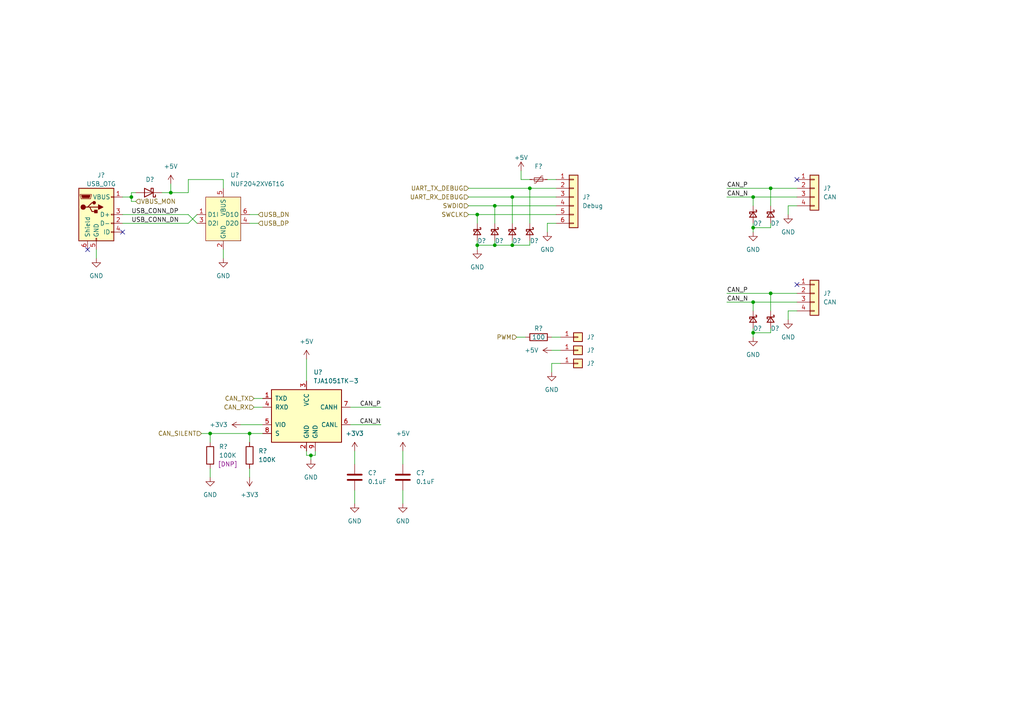
<source format=kicad_sch>
(kicad_sch (version 20211123) (generator eeschema)
  (paper "A4")
  (lib_symbols
    (symbol "Connector:USB_OTG" (pin_names (offset 1.016))
      (property "Reference" "J" (at -5.08 11.43 0))
      (property "Value" "USB_OTG" (at -5.08 8.89 0))
      (symbol "USB_OTG_0_1"
        (rectangle (start -5.08 -7.62) (end 5.08 7.62) (stroke (width 0.254)) (fill (type background)))
        (circle (center -3.81 2.159) (radius 0.635) (stroke (width 0.254)) (fill (type outline)))
        (circle (center -0.635 3.429) (radius 0.381) (stroke (width 0.254)) (fill (type outline)))
        (rectangle (start -0.127 -7.62) (end 0.127 -6.858))
        (polyline (pts (xy -1.905 2.159) (xy 0.635 2.159)) (stroke (width 0.254)))
        (polyline (pts (xy -3.175 2.159) (xy -2.54 2.159) (xy -1.27 3.429) (xy -0.635 3.429)) (stroke (width 0.254)))
        (polyline (pts (xy -2.54 2.159) (xy -1.905 2.159) (xy -1.27 0.889) (xy 0 0.889)) (stroke (width 0.254)))
        (polyline (pts (xy 0.635 2.794) (xy 0.635 1.524) (xy 1.905 2.159) (xy 0.635 2.794)) (stroke (width 0.254)) (fill (type outline)))
        (polyline (pts (xy -4.318 5.588) (xy -1.778 5.588) (xy -2.032 4.826) (xy -4.064 4.826) (xy -4.318 5.588)) (fill (type outline)))
        (polyline (pts (xy -4.699 5.842) (xy -4.699 5.588) (xy -4.445 4.826) (xy -4.445 4.572) (xy -1.651 4.572) (xy -1.651 4.826) (xy -1.397 5.588) (xy -1.397 5.842) (xy -4.699 5.842)))
        (rectangle (start 0.254 1.27) (end -0.508 0.508) (stroke (width 0.254)) (fill (type outline)))
        (rectangle (start 5.08 -5.207) (end 4.318 -4.953))
        (rectangle (start 5.08 -2.667) (end 4.318 -2.413))
        (rectangle (start 5.08 -0.127) (end 4.318 0.127))
        (rectangle (start 5.08 4.953) (end 4.318 5.207))
      )
      (symbol "USB_OTG_1_1"
        (pin passive line (at 7.62 5.08 180) (length 2.54) (name "VBUS") (number "1"))
        (pin bidirectional line (at 7.62 -2.54 180) (length 2.54) (name "D-") (number "2"))
        (pin bidirectional line (at 7.62 0 180) (length 2.54) (name "D+") (number "3"))
        (pin passive line (at 7.62 -5.08 180) (length 2.54) (name "ID") (number "4"))
        (pin passive line (at 0 -10.16 90) (length 2.54) (name "GND") (number "5"))
        (pin passive line (at -2.54 -10.16 90) (length 2.54) (name "Shield") (number "6"))
      )
    )
    (symbol "Connector_Generic:Conn_01x01" (pin_names (offset 1.016) hide)
      (property "Reference" "J" (at 0 2.54 0))
      (property "Value" "Conn_01x01" (at 0 -2.54 0))
      (symbol "Conn_01x01_1_1"
        (rectangle (start -1.27 0.127) (end 0 -0.127) (stroke (width 0.1524)))
        (rectangle (start -1.27 1.27) (end 1.27 -1.27) (stroke (width 0.254)) (fill (type background)))
        (pin passive line (at -5.08 0 0) (length 3.81) (name "Pin_1") (number "1"))
      )
    )
    (symbol "Connector_Generic:Conn_01x04" (pin_names (offset 1.016) hide)
      (property "Reference" "J" (at 0 5.08 0))
      (property "Value" "Conn_01x04" (at 0 -7.62 0))
      (symbol "Conn_01x04_1_1"
        (rectangle (start -1.27 -4.953) (end 0 -5.207) (stroke (width 0.1524)))
        (rectangle (start -1.27 -2.413) (end 0 -2.667) (stroke (width 0.1524)))
        (rectangle (start -1.27 0.127) (end 0 -0.127) (stroke (width 0.1524)))
        (rectangle (start -1.27 2.667) (end 0 2.413) (stroke (width 0.1524)))
        (rectangle (start -1.27 3.81) (end 1.27 -6.35) (stroke (width 0.254)) (fill (type background)))
        (pin passive line (at -5.08 2.54 0) (length 3.81) (name "Pin_1") (number "1"))
        (pin passive line (at -5.08 0 0) (length 3.81) (name "Pin_2") (number "2"))
        (pin passive line (at -5.08 -2.54 0) (length 3.81) (name "Pin_3") (number "3"))
        (pin passive line (at -5.08 -5.08 0) (length 3.81) (name "Pin_4") (number "4"))
      )
    )
    (symbol "Connector_Generic:Conn_01x06" (pin_names (offset 1.016) hide)
      (property "Reference" "J" (at 0 7.62 0))
      (property "Value" "Conn_01x06" (at 0 -10.16 0))
      (symbol "Conn_01x06_1_1"
        (rectangle (start -1.27 -7.493) (end 0 -7.747) (stroke (width 0.1524)))
        (rectangle (start -1.27 -4.953) (end 0 -5.207) (stroke (width 0.1524)))
        (rectangle (start -1.27 -2.413) (end 0 -2.667) (stroke (width 0.1524)))
        (rectangle (start -1.27 0.127) (end 0 -0.127) (stroke (width 0.1524)))
        (rectangle (start -1.27 2.667) (end 0 2.413) (stroke (width 0.1524)))
        (rectangle (start -1.27 5.207) (end 0 4.953) (stroke (width 0.1524)))
        (rectangle (start -1.27 6.35) (end 1.27 -8.89) (stroke (width 0.254)) (fill (type background)))
        (pin passive line (at -5.08 5.08 0) (length 3.81) (name "Pin_1") (number "1"))
        (pin passive line (at -5.08 2.54 0) (length 3.81) (name "Pin_2") (number "2"))
        (pin passive line (at -5.08 0 0) (length 3.81) (name "Pin_3") (number "3"))
        (pin passive line (at -5.08 -2.54 0) (length 3.81) (name "Pin_4") (number "4"))
        (pin passive line (at -5.08 -5.08 0) (length 3.81) (name "Pin_5") (number "5"))
        (pin passive line (at -5.08 -7.62 0) (length 3.81) (name "Pin_6") (number "6"))
      )
    )
    (symbol "Device:C" (pin_numbers hide) (pin_names (offset 0.254))
      (property "Reference" "C" (at 0.635 2.54 0))
      (property "Value" "C" (at 0.635 -2.54 0))
      (symbol "C_0_1"
        (polyline (pts (xy -2.032 -0.762) (xy 2.032 -0.762)) (stroke (width 0.508)))
        (polyline (pts (xy -2.032 0.762) (xy 2.032 0.762)) (stroke (width 0.508)))
      )
      (symbol "C_1_1"
        (pin passive line (at 0 3.81 270) (length 2.794) (name "~") (number "1"))
        (pin passive line (at 0 -3.81 90) (length 2.794) (name "~") (number "2"))
      )
    )
    (symbol "Device:D_Schottky" (pin_numbers hide) (pin_names (offset 1.016) hide)
      (property "Reference" "D" (at 0 2.54 0))
      (property "Value" "D_Schottky" (at 0 -2.54 0))
      (symbol "D_Schottky_0_1"
        (polyline (pts (xy 1.27 0) (xy -1.27 0)))
        (polyline (pts (xy 1.27 1.27) (xy 1.27 -1.27) (xy -1.27 0) (xy 1.27 1.27)) (stroke (width 0.254)))
        (polyline (pts (xy -1.905 0.635) (xy -1.905 1.27) (xy -1.27 1.27) (xy -1.27 -1.27) (xy -0.635 -1.27) (xy -0.635 -0.635)) (stroke (width 0.254)))
      )
      (symbol "D_Schottky_1_1"
        (pin passive line (at -3.81 0 0) (length 2.54) (name "K") (number "1"))
        (pin passive line (at 3.81 0 180) (length 2.54) (name "A") (number "2"))
      )
    )
    (symbol "Device:D_Schottky_Small" (pin_numbers hide) (pin_names (offset 0.254) hide)
      (property "Reference" "D" (at -1.27 2.032 0))
      (property "Value" "D_Schottky_Small" (at -7.112 -2.032 0))
      (symbol "D_Schottky_Small_0_1"
        (polyline (pts (xy -0.762 0) (xy 0.762 0)))
        (polyline (pts (xy 0.762 -1.016) (xy -0.762 0) (xy 0.762 1.016) (xy 0.762 -1.016)) (stroke (width 0.254)))
        (polyline (pts (xy -1.27 0.762) (xy -1.27 1.016) (xy -0.762 1.016) (xy -0.762 -1.016) (xy -0.254 -1.016) (xy -0.254 -0.762)) (stroke (width 0.254)))
      )
      (symbol "D_Schottky_Small_1_1"
        (pin passive line (at -2.54 0 0) (length 1.778) (name "K") (number "1"))
        (pin passive line (at 2.54 0 180) (length 1.778) (name "A") (number "2"))
      )
    )
    (symbol "Device:Polyfuse_Small" (pin_numbers hide) (pin_names (offset 0))
      (property "Reference" "F" (at -1.905 0 90))
      (property "Value" "Polyfuse_Small" (at 1.905 0 90))
      (symbol "Polyfuse_Small_0_1"
        (rectangle (start -0.508 1.27) (end 0.508 -1.27))
        (polyline (pts (xy 0 2.54) (xy 0 -2.54)))
        (polyline (pts (xy -1.016 1.27) (xy -1.016 0.762) (xy 1.016 -0.762) (xy 1.016 -1.27)))
      )
      (symbol "Polyfuse_Small_1_1"
        (pin passive line (at 0 2.54 270) (length 0.635) (name "~") (number "1"))
        (pin passive line (at 0 -2.54 90) (length 0.635) (name "~") (number "2"))
      )
    )
    (symbol "Device:R" (pin_numbers hide) (pin_names (offset 0))
      (property "Reference" "R" (at 2.032 0 90))
      (property "Value" "R" (at 0 0 90))
      (symbol "R_0_1"
        (rectangle (start -1.016 -2.54) (end 1.016 2.54) (stroke (width 0.254)))
      )
      (symbol "R_1_1"
        (pin passive line (at 0 3.81 270) (length 1.27) (name "~") (number "1"))
        (pin passive line (at 0 -3.81 90) (length 1.27) (name "~") (number "2"))
      )
    )
    (symbol "Interface_CAN_LIN:TJA1051TK-3" (pin_names (offset 1.016))
      (property "Reference" "U" (at -10.16 8.89 0))
      (property "Value" "TJA1051TK-3" (at 1.27 8.89 0))
      (symbol "TJA1051TK-3_0_1"
        (rectangle (start -10.16 7.62) (end 10.16 -7.62) (stroke (width 0.254)) (fill (type background)))
      )
      (symbol "TJA1051TK-3_1_1"
        (pin input line (at -12.7 5.08 0) (length 2.54) (name "TXD") (number "1"))
        (pin power_in line (at 0 -10.16 90) (length 2.54) (name "GND") (number "2"))
        (pin power_in line (at 0 10.16 270) (length 2.54) (name "VCC") (number "3"))
        (pin output line (at -12.7 2.54 0) (length 2.54) (name "RXD") (number "4"))
        (pin power_in line (at -12.7 -2.54 0) (length 2.54) (name "VIO") (number "5"))
        (pin bidirectional line (at 12.7 -2.54 180) (length 2.54) (name "CANL") (number "6"))
        (pin bidirectional line (at 12.7 2.54 180) (length 2.54) (name "CANH") (number "7"))
        (pin input line (at -12.7 -5.08 0) (length 2.54) (name "S") (number "8"))
        (pin power_in line (at 2.54 -10.16 90) (length 2.54) (name "GND") (number "9"))
      )
    )
    (symbol "NUF2042:NUF2042XV6T1G"
      (property "Reference" "U" (at 2.54 11.43 0))
      (property "Value" "NUF2042XV6T1G" (at 8.89 8.89 0))
      (symbol "NUF2042XV6T1G_0_1"
        (rectangle (start -5.08 6.35) (end 5.08 -6.35) (fill (type background)))
      )
      (symbol "NUF2042XV6T1G_1_1"
        (pin input line (at -7.62 1.27 0) (length 2.54) (name "D1I") (number "1"))
        (pin power_in line (at 0 -8.89 90) (length 2.54) (name "GND") (number "2"))
        (pin input line (at -7.62 -1.27 0) (length 2.54) (name "D2I") (number "3"))
        (pin output line (at 7.62 -1.27 180) (length 2.54) (name "D2O") (number "4"))
        (pin power_in line (at 0 8.89 270) (length 2.54) (name "VBUS") (number "5"))
        (pin output line (at 7.62 1.27 180) (length 2.54) (name "D1O") (number "6"))
      )
    )
    (symbol "power:+3V3" (power) (pin_names (offset 0))
      (property "Value" "+3V3" (at 0 3.556 0))
      (symbol "+3V3_0_1"
        (polyline (pts (xy -0.762 1.27) (xy 0 2.54)))
        (polyline (pts (xy 0 0) (xy 0 2.54)))
        (polyline (pts (xy 0 2.54) (xy 0.762 1.27)))
      )
      (symbol "+3V3_1_1"
        (pin power_in line (at 0 0 90) (length 0) hide (name "+3V3") (number "1"))
      )
    )
    (symbol "power:+5V" (power) (pin_names (offset 0))
      (property "Value" "+5V" (at 0 3.556 0))
      (symbol "+5V_0_1"
        (polyline (pts (xy -0.762 1.27) (xy 0 2.54)))
        (polyline (pts (xy 0 0) (xy 0 2.54)))
        (polyline (pts (xy 0 2.54) (xy 0.762 1.27)))
      )
      (symbol "+5V_1_1"
        (pin power_in line (at 0 0 90) (length 0) hide (name "+5V") (number "1"))
      )
    )
    (symbol "power:GND" (power) (pin_names (offset 0))
      (property "Value" "GND" (at 0 -3.81 0))
      (symbol "GND_0_1"
        (polyline (pts (xy 0 0) (xy 0 -1.27) (xy 1.27 -1.27) (xy 0 -2.54) (xy -1.27 -1.27) (xy 0 -1.27)))
      )
      (symbol "GND_1_1"
        (pin power_in line (at 0 0 270) (length 0) hide (name "GND") (number "1"))
      )
    )
  )
  (junction (at 148.59 57.15))
  (junction (at 223.52 85.09))
  (junction (at 49.53 55.88))
  (junction (at 138.43 71.12))
  (junction (at 138.43 62.23))
  (junction (at 90.17 132.08))
  (junction (at 218.44 66.04))
  (junction (at 148.59 71.12))
  (junction (at 218.44 96.52))
  (junction (at 60.96 125.73))
  (junction (at 143.51 71.12))
  (junction (at 218.44 57.15))
  (junction (at 223.52 54.61))
  (junction (at 153.67 54.61))
  (junction (at 218.44 87.63))
  (junction (at 72.39 125.73))
  (junction (at 143.51 59.69))
  (junction (at 38.1 57.15))
  (no_connect (at 231.14 82.55))
  (no_connect (at 25.4 72.39))
  (no_connect (at 231.14 52.07))
  (no_connect (at 35.56 67.31))
  (wire (pts (xy 148.59 57.15) (xy 161.29 57.15)))
  (wire (pts (xy 58.42 125.73) (xy 60.96 125.73)))
  (wire (pts (xy 54.61 64.77) (xy 57.15 62.23)))
  (wire (pts (xy 60.96 125.73) (xy 72.39 125.73)))
  (wire (pts (xy 138.43 71.12) (xy 143.51 71.12)))
  (wire (pts (xy 153.67 54.61) (xy 153.67 64.77)))
  (wire (pts (xy 91.44 130.81) (xy 91.44 132.08)))
  (wire (pts (xy 231.14 59.69) (xy 228.6 59.69)))
  (wire (pts (xy 73.66 115.57) (xy 76.2 115.57)))
  (wire (pts (xy 72.39 62.23) (xy 74.93 62.23)))
  (wire (pts (xy 88.9 132.08) (xy 90.17 132.08)))
  (wire (pts (xy 138.43 62.23) (xy 138.43 64.77)))
  (wire (pts (xy 101.6 123.19) (xy 110.49 123.19)))
  (wire (pts (xy 64.77 52.07) (xy 64.77 54.61)))
  (wire (pts (xy 135.89 57.15) (xy 148.59 57.15)))
  (wire (pts (xy 218.44 57.15) (xy 218.44 59.69)))
  (wire (pts (xy 69.85 123.19) (xy 76.2 123.19)))
  (wire (pts (xy 153.67 71.12) (xy 153.67 69.85)))
  (wire (pts (xy 60.96 125.73) (xy 60.96 128.27)))
  (wire (pts (xy 223.52 66.04) (xy 223.52 64.77)))
  (wire (pts (xy 135.89 54.61) (xy 153.67 54.61)))
  (wire (pts (xy 102.87 130.81) (xy 102.87 134.62)))
  (wire (pts (xy 35.56 57.15) (xy 38.1 57.15)))
  (wire (pts (xy 60.96 135.89) (xy 60.96 138.43)))
  (wire (pts (xy 143.51 71.12) (xy 148.59 71.12)))
  (wire (pts (xy 210.82 87.63) (xy 218.44 87.63)))
  (wire (pts (xy 143.51 64.77) (xy 143.51 59.69)))
  (wire (pts (xy 223.52 54.61) (xy 223.52 59.69)))
  (wire (pts (xy 72.39 64.77) (xy 74.93 64.77)))
  (wire (pts (xy 72.39 125.73) (xy 72.39 128.27)))
  (wire (pts (xy 49.53 53.34) (xy 49.53 55.88)))
  (wire (pts (xy 148.59 69.85) (xy 148.59 71.12)))
  (wire (pts (xy 210.82 85.09) (xy 223.52 85.09)))
  (wire (pts (xy 160.02 97.79) (xy 162.56 97.79)))
  (wire (pts (xy 64.77 72.39) (xy 64.77 74.93)))
  (wire (pts (xy 138.43 71.12) (xy 138.43 72.39)))
  (wire (pts (xy 228.6 59.69) (xy 228.6 62.23)))
  (wire (pts (xy 223.52 85.09) (xy 231.14 85.09)))
  (wire (pts (xy 151.13 52.07) (xy 153.67 52.07)))
  (wire (pts (xy 158.75 64.77) (xy 158.75 67.31)))
  (wire (pts (xy 38.1 58.42) (xy 39.37 58.42)))
  (wire (pts (xy 223.52 54.61) (xy 231.14 54.61)))
  (wire (pts (xy 88.9 104.14) (xy 88.9 110.49)))
  (wire (pts (xy 149.86 97.79) (xy 152.4 97.79)))
  (wire (pts (xy 49.53 55.88) (xy 46.99 55.88)))
  (wire (pts (xy 116.84 142.24) (xy 116.84 146.05)))
  (wire (pts (xy 218.44 96.52) (xy 218.44 97.79)))
  (wire (pts (xy 218.44 87.63) (xy 231.14 87.63)))
  (wire (pts (xy 218.44 64.77) (xy 218.44 66.04)))
  (wire (pts (xy 161.29 64.77) (xy 158.75 64.77)))
  (wire (pts (xy 151.13 49.53) (xy 151.13 52.07)))
  (wire (pts (xy 116.84 130.81) (xy 116.84 134.62)))
  (wire (pts (xy 223.52 85.09) (xy 223.52 90.17)))
  (wire (pts (xy 160.02 101.6) (xy 162.56 101.6)))
  (wire (pts (xy 160.02 105.41) (xy 162.56 105.41)))
  (wire (pts (xy 218.44 57.15) (xy 231.14 57.15)))
  (wire (pts (xy 148.59 71.12) (xy 153.67 71.12)))
  (wire (pts (xy 210.82 57.15) (xy 218.44 57.15)))
  (wire (pts (xy 210.82 54.61) (xy 223.52 54.61)))
  (wire (pts (xy 143.51 59.69) (xy 161.29 59.69)))
  (wire (pts (xy 73.66 118.11) (xy 76.2 118.11)))
  (wire (pts (xy 49.53 55.88) (xy 54.61 55.88)))
  (wire (pts (xy 218.44 66.04) (xy 223.52 66.04)))
  (wire (pts (xy 160.02 107.95) (xy 160.02 105.41)))
  (wire (pts (xy 158.75 52.07) (xy 161.29 52.07)))
  (wire (pts (xy 54.61 62.23) (xy 57.15 64.77)))
  (wire (pts (xy 218.44 96.52) (xy 223.52 96.52)))
  (wire (pts (xy 27.94 72.39) (xy 27.94 74.93)))
  (wire (pts (xy 35.56 64.77) (xy 54.61 64.77)))
  (wire (pts (xy 218.44 87.63) (xy 218.44 90.17)))
  (wire (pts (xy 218.44 95.25) (xy 218.44 96.52)))
  (wire (pts (xy 231.14 90.17) (xy 228.6 90.17)))
  (wire (pts (xy 218.44 66.04) (xy 218.44 67.31)))
  (wire (pts (xy 38.1 57.15) (xy 38.1 58.42)))
  (wire (pts (xy 135.89 62.23) (xy 138.43 62.23)))
  (wire (pts (xy 143.51 69.85) (xy 143.51 71.12)))
  (wire (pts (xy 102.87 142.24) (xy 102.87 146.05)))
  (wire (pts (xy 228.6 90.17) (xy 228.6 92.71)))
  (wire (pts (xy 35.56 62.23) (xy 54.61 62.23)))
  (wire (pts (xy 38.1 55.88) (xy 39.37 55.88)))
  (wire (pts (xy 88.9 130.81) (xy 88.9 132.08)))
  (wire (pts (xy 101.6 118.11) (xy 110.49 118.11)))
  (wire (pts (xy 135.89 59.69) (xy 143.51 59.69)))
  (wire (pts (xy 138.43 62.23) (xy 161.29 62.23)))
  (wire (pts (xy 38.1 55.88) (xy 38.1 57.15)))
  (wire (pts (xy 54.61 52.07) (xy 64.77 52.07)))
  (wire (pts (xy 54.61 55.88) (xy 54.61 52.07)))
  (wire (pts (xy 148.59 57.15) (xy 148.59 64.77)))
  (wire (pts (xy 90.17 132.08) (xy 91.44 132.08)))
  (wire (pts (xy 223.52 96.52) (xy 223.52 95.25)))
  (wire (pts (xy 153.67 54.61) (xy 161.29 54.61)))
  (wire (pts (xy 72.39 135.89) (xy 72.39 138.43)))
  (wire (pts (xy 138.43 69.85) (xy 138.43 71.12)))
  (wire (pts (xy 72.39 125.73) (xy 76.2 125.73)))
  (wire (pts (xy 90.17 132.08) (xy 90.17 133.35)))
  (label "CAN_P" (at 210.82 54.61 0))
  (label "USB_CONN_DN" (at 38.1 64.77 0))
  (label "CAN_N" (at 210.82 87.63 0))
  (label "CAN_N" (at 210.82 57.15 0))
  (label "USB_CONN_DP" (at 38.1 62.23 0))
  (label "CAN_P" (at 210.82 85.09 0))
  (label "CAN_P" (at 110.49 118.11 180))
  (label "CAN_N" (at 110.49 123.19 180))
  (hierarchical_label "PWM" (shape input) (at 149.86 97.79 180))
  (hierarchical_label "USB_DP" (shape input) (at 74.93 64.77 0))
  (hierarchical_label "SWDIO" (shape input) (at 135.89 59.69 180))
  (hierarchical_label "SWCLK" (shape input) (at 135.89 62.23 180))
  (hierarchical_label "CAN_RX" (shape input) (at 73.66 118.11 180))
  (hierarchical_label "USB_DN" (shape input) (at 74.93 62.23 0))
  (hierarchical_label "UART_RX_DEBUG" (shape input) (at 135.89 57.15 180))
  (hierarchical_label "UART_TX_DEBUG" (shape input) (at 135.89 54.61 180))
  (hierarchical_label "CAN_SILENT" (shape input) (at 58.42 125.73 180))
  (hierarchical_label "VBUS_MON" (shape input) (at 39.37 58.42 0))
  (hierarchical_label "CAN_TX" (shape input) (at 73.66 115.57 180))
  (symbol (lib_id "Connector_Generic:Conn_01x04") (at 236.22 54.61 0) (unit 1)
    (property "Reference" "J?" (at 238.76 54.6099 0) (effects (justify left)))
    (property "Value" "CAN" (at 238.76 57.1499 0) (effects (justify left)))
  )
  (symbol (lib_id "power:GND") (at 218.44 67.31 0) (unit 1)
    (property "Reference" "#PWR?" (effects hide))
    (property "Value" "GND" (at 218.44 72.39 0))
  )
  (symbol (lib_id "power:+5V") (at 116.84 130.81 0) (unit 1)
    (property "Reference" "#PWR?" (effects hide))
    (property "Value" "+5V" (at 116.84 125.73 0))
  )
  (symbol (lib_id "Device:Polyfuse_Small") (at 156.21 52.07 270) (unit 1)
    (property "Reference" "F?" (at 156.21 48.26 90))
    (property "Value" "Polyfuse_Small" (effects hide))
    (property "Footprint" "Fuse:Fuse_0805_2012Metric" (effects hide))
  )
  (symbol (lib_id "Device:D_Schottky") (at 43.18 55.88 180) (unit 1)
    (property "Reference" "D?" (at 43.4975 52.07 0))
    (property "Value" "D_Schottky" (effects hide))
    (property "Footprint" "Diode_SMD:D_SOD-123" (effects hide))
  )
  (symbol (lib_id "power:GND") (at 228.6 62.23 0) (unit 1)
    (property "Reference" "#PWR?" (effects hide))
    (property "Value" "GND" (at 228.6 67.31 0))
  )
  (symbol (lib_id "Interface_CAN_LIN:TJA1051TK-3") (at 88.9 120.65 0) (unit 1)
    (property "Reference" "U?" (at 90.9194 107.95 0) (effects (justify left)))
    (property "Value" "TJA1051TK-3" (at 90.9194 110.49 0) (effects (justify left)))
    (property "Footprint" "Package_DFN_QFN:DFN-8-1EP_3x3mm_P0.65mm_EP1.55x2.4mm" (effects hide))
    (property "Datasheet" "http://www.nxp.com/documents/data_sheet/TJA1051.pdf" (effects hide))
  )
  (symbol (lib_id "Device:D_Schottky_Small") (at 153.67 67.31 270) (unit 1)
    (property "Reference" "D?" (at 153.67 69.85 90) (effects (justify left)))
    (property "Value" "D_Schottky_Small" (effects hide))
    (property "Footprint" "Diode_SMD:D_SOD-923" (effects hide))
  )
  (symbol (lib_id "power:+5V") (at 151.13 49.53 0) (unit 1)
    (property "Reference" "#PWR?" (effects hide))
    (property "Value" "+5V" (at 151.13 45.72 0))
  )
  (symbol (lib_id "Device:D_Schottky_Small") (at 223.52 92.71 270) (unit 1)
    (property "Reference" "D?" (at 223.52 95.25 90) (effects (justify left)))
    (property "Value" "D_Schottky_Small" (effects hide))
    (property "Footprint" "Diode_SMD:D_SOD-923" (effects hide))
  )
  (symbol (lib_id "NUF2042:NUF2042XV6T1G") (at 64.77 63.5 0) (unit 1)
    (property "Reference" "U?" (at 66.7894 50.8 0) (effects (justify left)))
    (property "Value" "NUF2042XV6T1G" (at 66.7894 53.34 0) (effects (justify left)))
    (property "Footprint" "Package_TO_SOT_SMD:SOT-563" (effects hide))
  )
  (symbol (lib_id "Device:D_Schottky_Small") (at 218.44 62.23 270) (unit 1)
    (property "Reference" "D?" (at 218.44 64.77 90) (effects (justify left)))
    (property "Value" "D_Schottky_Small" (effects hide))
    (property "Footprint" "Diode_SMD:D_SOD-923" (effects hide))
  )
  (symbol (lib_id "power:+3V3") (at 69.85 123.19 90) (unit 1)
    (property "Reference" "#PWR?" (effects hide))
    (property "Value" "+3V3" (at 66.04 123.1899 90) (effects (justify left)))
  )
  (symbol (lib_id "power:GND") (at 116.84 146.05 0) (unit 1)
    (property "Reference" "#PWR?" (effects hide))
    (property "Value" "GND" (at 116.84 151.13 0))
  )
  (symbol (lib_id "Device:D_Schottky_Small") (at 218.44 92.71 270) (unit 1)
    (property "Reference" "D?" (at 218.44 95.25 90) (effects (justify left)))
    (property "Value" "D_Schottky_Small" (effects hide))
    (property "Footprint" "Diode_SMD:D_SOD-923" (effects hide))
  )
  (symbol (lib_id "Connector_Generic:Conn_01x06") (at 166.37 57.15 0) (unit 1)
    (property "Reference" "J?" (at 168.91 57.1499 0) (effects (justify left)))
    (property "Value" "Debug" (at 168.91 59.6899 0) (effects (justify left)))
    (property "Footprint" "Connector_JST:JST_GH_SM06B-GHS-TB_1x06-1MP_P1.25mm_Horizontal" (effects hide))
  )
  (symbol (lib_id "power:GND") (at 138.43 72.39 0) (unit 1)
    (property "Reference" "#PWR?" (effects hide))
    (property "Value" "GND" (at 138.43 77.47 0))
  )
  (symbol (lib_id "Device:R") (at 156.21 97.79 90) (unit 1)
    (property "Reference" "R?" (at 156.21 95.25 90))
    (property "Value" "100" (at 156.21 97.79 90))
  )
  (symbol (lib_id "power:+3V3") (at 102.87 130.81 0) (unit 1)
    (property "Reference" "#PWR?" (effects hide))
    (property "Value" "+3V3" (at 102.87 125.73 0))
  )
  (symbol (lib_id "Device:D_Schottky_Small") (at 143.51 67.31 270) (unit 1)
    (property "Reference" "D?" (at 143.51 69.85 90) (effects (justify left)))
    (property "Value" "D_Schottky_Small" (effects hide))
    (property "Footprint" "Diode_SMD:D_SOD-923" (effects hide))
  )
  (symbol (lib_id "Device:C") (at 102.87 138.43 0) (unit 1)
    (property "Reference" "C?" (at 106.68 137.1599 0) (effects (justify left)))
    (property "Value" "0.1uF" (at 106.68 139.6999 0) (effects (justify left)))
    (property "Footprint" "Capacitor_SMD:C_0201_0603Metric" (effects hide))
  )
  (symbol (lib_id "Device:R") (at 72.39 132.08 180) (unit 1)
    (property "Reference" "R?" (at 74.93 130.8099 0) (effects (justify right)))
    (property "Value" "100K" (at 74.93 133.3499 0) (effects (justify right)))
    (property "Footprint" "Resistor_SMD:R_0402_1005Metric" (effects hide))
  )
  (symbol (lib_id "power:GND") (at 160.02 107.95 0) (unit 1)
    (property "Reference" "#PWR?" (effects hide))
    (property "Value" "GND" (at 160.02 113.03 0))
  )
  (symbol (lib_id "power:GND") (at 90.17 133.35 0) (unit 1)
    (property "Reference" "#PWR?" (effects hide))
    (property "Value" "GND" (at 90.17 138.43 0))
  )
  (symbol (lib_id "Connector_Generic:Conn_01x04") (at 236.22 85.09 0) (unit 1)
    (property "Reference" "J?" (at 238.76 85.0899 0) (effects (justify left)))
    (property "Value" "CAN" (at 238.76 87.6299 0) (effects (justify left)))
  )
  (symbol (lib_id "Connector_Generic:Conn_01x01") (at 167.64 101.6 0) (unit 1)
    (property "Reference" "J?" (at 170.18 101.5999 0) (effects (justify left)))
    (property "Value" "Conn_01x01" (effects hide))
  )
  (symbol (lib_id "Device:D_Schottky_Small") (at 138.43 67.31 270) (unit 1)
    (property "Reference" "D?" (at 138.43 69.85 90) (effects (justify left)))
    (property "Value" "D_Schottky_Small" (effects hide))
    (property "Footprint" "Diode_SMD:D_SOD-923" (effects hide))
  )
  (symbol (lib_id "power:+3V3") (at 72.39 138.43 180) (unit 1)
    (property "Reference" "#PWR?" (effects hide))
    (property "Value" "+3V3" (at 72.39 143.51 0))
  )
  (symbol (lib_id "Connector_Generic:Conn_01x01") (at 167.64 105.41 0) (unit 1)
    (property "Reference" "J?" (at 170.18 105.4099 0) (effects (justify left)))
    (property "Value" "Conn_01x01" (effects hide))
  )
  (symbol (lib_id "Device:D_Schottky_Small") (at 148.59 67.31 270) (unit 1)
    (property "Reference" "D?" (at 148.59 69.85 90) (effects (justify left)))
    (property "Value" "D_Schottky_Small" (effects hide))
    (property "Footprint" "Diode_SMD:D_SOD-923" (effects hide))
  )
  (symbol (lib_id "power:+5V") (at 49.53 53.34 0) (unit 1)
    (property "Reference" "#PWR?" (effects hide))
    (property "Value" "+5V" (at 49.53 48.26 0))
  )
  (symbol (lib_id "power:GND") (at 27.94 74.93 0) (unit 1)
    (property "Reference" "#PWR?" (effects hide))
    (property "Value" "GND" (at 27.94 80.01 0))
  )
  (symbol (lib_id "Device:D_Schottky_Small") (at 223.52 62.23 270) (unit 1)
    (property "Reference" "D?" (at 223.52 64.77 90) (effects (justify left)))
    (property "Value" "D_Schottky_Small" (effects hide))
    (property "Footprint" "Diode_SMD:D_SOD-923" (effects hide))
  )
  (symbol (lib_id "power:GND") (at 228.6 92.71 0) (unit 1)
    (property "Reference" "#PWR?" (effects hide))
    (property "Value" "GND" (at 228.6 97.79 0))
  )
  (symbol (lib_id "Device:C") (at 116.84 138.43 0) (unit 1)
    (property "Reference" "C?" (at 120.65 137.1599 0) (effects (justify left)))
    (property "Value" "0.1uF" (at 120.65 139.6999 0) (effects (justify left)))
    (property "Footprint" "Capacitor_SMD:C_0201_0603Metric" (effects hide))
  )
  (symbol (lib_id "power:GND") (at 64.77 74.93 0) (unit 1)
    (property "Reference" "#PWR?" (effects hide))
    (property "Value" "GND" (at 64.77 80.01 0))
  )
  (symbol (lib_id "power:GND") (at 60.96 138.43 0) (unit 1)
    (property "Reference" "#PWR?" (effects hide))
    (property "Value" "GND" (at 60.96 143.51 0))
  )
  (symbol (lib_id "power:GND") (at 218.44 97.79 0) (unit 1)
    (property "Reference" "#PWR?" (effects hide))
    (property "Value" "GND" (at 218.44 102.87 0))
  )
  (symbol (lib_id "power:+5V") (at 88.9 104.14 0) (unit 1)
    (property "Reference" "#PWR?" (effects hide))
    (property "Value" "+5V" (at 88.9 99.06 0))
  )
  (symbol (lib_id "power:GND") (at 102.87 146.05 0) (unit 1)
    (property "Reference" "#PWR?" (effects hide))
    (property "Value" "GND" (at 102.87 151.13 0))
  )
  (symbol (lib_id "Device:R") (at 60.96 132.08 0) (unit 1)
    (property "Reference" "R?" (at 63.5 129.54 0) (effects (justify left)))
    (property "Value" "100K" (at 63.5 132.08 0) (effects (justify left)))
    (property "Footprint" "Resistor_SMD:R_0402_1005Metric" (effects hide))
    (property "DNP" "[DNP]" (at 66.04 134.6201 0))
  )
  (symbol (lib_id "power:GND") (at 158.75 67.31 0) (unit 1)
    (property "Reference" "#PWR?" (effects hide))
    (property "Value" "GND" (at 158.75 72.39 0))
  )
  (symbol (lib_id "power:+5V") (at 160.02 101.6 90) (unit 1)
    (property "Reference" "#PWR?" (effects hide))
    (property "Value" "+5V" (at 156.21 101.5999 90) (effects (justify left)))
  )
  (symbol (lib_id "Connector:USB_OTG") (at 27.94 62.23 0) (unit 1)
    (property "Reference" "J?" (at 29.337 50.8 0))
    (property "Value" "USB_OTG" (at 29.337 53.34 0))
    (property "Footprint" "U254-051T-4BH83-F1S:XKB_U254-051T-4BH83-F1S" (effects hide))
    (property "Datasheet" " ~" (effects hide))
  )
  (symbol (lib_id "Connector_Generic:Conn_01x01") (at 167.64 97.79 0) (unit 1)
    (property "Reference" "J?" (at 170.18 97.7899 0) (effects (justify left)))
    (property "Value" "Conn_01x01" (effects hide))
  )
)
</source>
